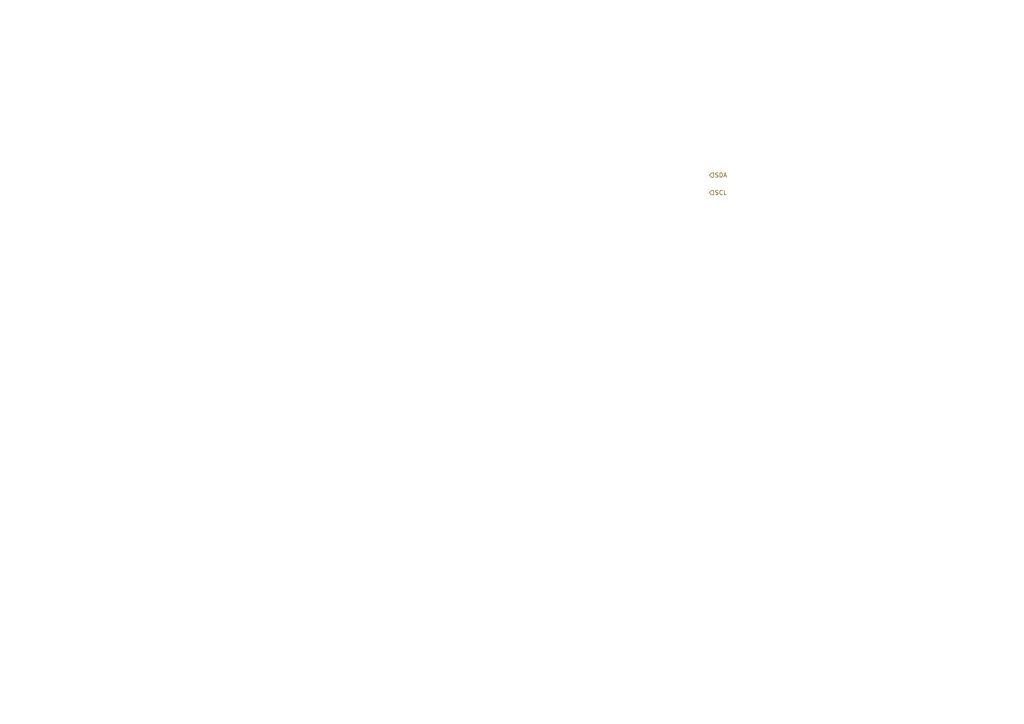
<source format=kicad_sch>
(kicad_sch
	(version 20250114)
	(generator "eeschema")
	(generator_version "9.0")
	(uuid "62bb0011-0a7e-4eb0-868e-e75c2c4b5ec3")
	(paper "A4")
	(title_block
		(title "FH07 BLE Node")
		(date "2026-02-04")
	)
	(lib_symbols)
	(hierarchical_label "SCL"
		(shape input)
		(at 205.74 55.88 0)
		(effects
			(font
				(size 1.27 1.27)
			)
			(justify left)
		)
		(uuid "3243d6cc-9039-4dc2-ae22-638cbe87dc63")
	)
	(hierarchical_label "SDA"
		(shape input)
		(at 205.74 50.8 0)
		(effects
			(font
				(size 1.27 1.27)
			)
			(justify left)
		)
		(uuid "824f8834-1c67-441b-988e-28709b186636")
	)
)

</source>
